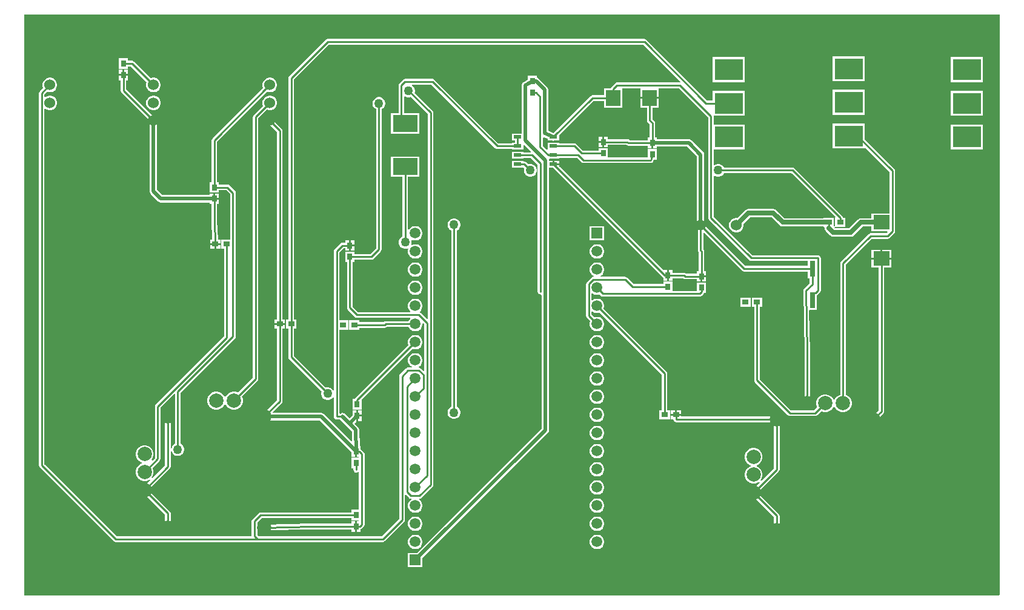
<source format=gtl>
G04*
G04 #@! TF.GenerationSoftware,Altium Limited,Altium Designer,21.4.1 (30)*
G04*
G04 Layer_Physical_Order=1*
G04 Layer_Color=255*
%FSLAX25Y25*%
%MOIN*%
G70*
G04*
G04 #@! TF.SameCoordinates,E3ABAEE7-5D4E-4445-B66A-D27F58F8AFC5*
G04*
G04*
G04 #@! TF.FilePolarity,Positive*
G04*
G01*
G75*
%ADD10C,0.01000*%
%ADD11R,0.03150X0.03799*%
%ADD12R,0.07992X0.08976*%
%ADD13R,0.08976X0.07992*%
%ADD14R,0.04331X0.01968*%
%ADD15R,0.03799X0.03150*%
%ADD16R,0.13780X0.09252*%
%ADD17R,0.03150X0.08661*%
%ADD31C,0.02000*%
%ADD32C,0.02500*%
%ADD33R,0.05906X0.05906*%
%ADD34C,0.05906*%
%ADD35C,0.07874*%
%ADD36C,0.06000*%
%ADD37R,0.15748X0.11811*%
%ADD38C,0.05000*%
G36*
X671000Y146000D02*
X670500Y145500D01*
X134500D01*
Y465500D01*
X671000D01*
Y146000D01*
D02*
G37*
%LPC*%
G36*
X191575Y435100D02*
X189500D01*
Y432701D01*
X191575D01*
Y435100D01*
D02*
G37*
G36*
X188500D02*
X186425D01*
Y432701D01*
X188500D01*
Y435100D01*
D02*
G37*
G36*
X596874Y442506D02*
X579126D01*
Y428695D01*
X596874D01*
Y442506D01*
D02*
G37*
G36*
X661874Y441998D02*
X644126D01*
Y428187D01*
X661874D01*
Y441998D01*
D02*
G37*
G36*
X530874D02*
X513126D01*
Y428187D01*
X530874D01*
Y441998D01*
D02*
G37*
G36*
X270027Y430685D02*
X268973D01*
X267956Y430412D01*
X267044Y429886D01*
X266299Y429141D01*
X265773Y428229D01*
X265500Y427212D01*
Y426158D01*
X265773Y425141D01*
X265780Y425128D01*
X237919Y397266D01*
X237587Y396770D01*
X237471Y396185D01*
Y373199D01*
X236425D01*
Y367400D01*
X241575D01*
Y368770D01*
X245567D01*
X247671Y366666D01*
Y341575D01*
X242900D01*
Y336425D01*
X244270D01*
Y288233D01*
X206719Y250681D01*
X206387Y250185D01*
X206271Y249600D01*
Y221304D01*
X204941Y219974D01*
X204581Y220311D01*
X205231Y221437D01*
X205567Y222693D01*
Y223993D01*
X205231Y225248D01*
X204581Y226374D01*
X203661Y227293D01*
X202536Y227943D01*
X201280Y228280D01*
X199980D01*
X198724Y227943D01*
X197599Y227293D01*
X196679Y226374D01*
X196029Y225248D01*
X195693Y223993D01*
Y222693D01*
X196029Y221437D01*
X196679Y220311D01*
X197599Y219392D01*
X198724Y218742D01*
X198988Y218671D01*
Y218171D01*
X198724Y218101D01*
X197599Y217451D01*
X196679Y216531D01*
X196029Y215406D01*
X195693Y214150D01*
Y212850D01*
X196029Y211594D01*
X196679Y210469D01*
X197599Y209549D01*
X198724Y208899D01*
X199980Y208563D01*
X201280D01*
X202536Y208899D01*
X203661Y209549D01*
X203999Y209189D01*
X199549Y204739D01*
X199217Y204243D01*
X199101Y203657D01*
X199217Y203072D01*
X199549Y202576D01*
X211896Y190229D01*
Y182988D01*
X212012Y182403D01*
X212344Y181907D01*
X212840Y181575D01*
X213425Y181459D01*
X214011Y181575D01*
X214507Y181907D01*
X214838Y182403D01*
X214955Y182988D01*
Y190862D01*
X214838Y191447D01*
X214507Y191944D01*
X202793Y203657D01*
X214507Y215371D01*
X214838Y215867D01*
X214955Y216453D01*
Y225170D01*
X215455Y225236D01*
X215638Y224549D01*
X216099Y223751D01*
X216751Y223099D01*
X217549Y222639D01*
X218439Y222400D01*
X219361D01*
X220251Y222639D01*
X221049Y223099D01*
X221701Y223751D01*
X222162Y224549D01*
X222400Y225439D01*
Y226361D01*
X222162Y227251D01*
X221701Y228049D01*
X221049Y228701D01*
X220429Y229059D01*
Y257167D01*
X250281Y287019D01*
X250613Y287515D01*
X250729Y288100D01*
Y367299D01*
X250613Y367884D01*
X250281Y368381D01*
X247281Y371381D01*
X246785Y371712D01*
X246200Y371829D01*
X241575D01*
Y373199D01*
X240529D01*
Y395551D01*
X267943Y422965D01*
X267956Y422958D01*
X268973Y422685D01*
X270027D01*
X271044Y422958D01*
X271956Y423484D01*
X272701Y424229D01*
X273227Y425141D01*
X273500Y426158D01*
Y427212D01*
X273227Y428229D01*
X272701Y429141D01*
X271956Y429886D01*
X271044Y430412D01*
X270027Y430685D01*
D02*
G37*
G36*
X191575Y441400D02*
X186425D01*
Y435600D01*
X191575D01*
Y436971D01*
X193052D01*
X201780Y428242D01*
X201773Y428229D01*
X201500Y427212D01*
Y426158D01*
X201773Y425141D01*
X202299Y424229D01*
X203044Y423484D01*
X203956Y422958D01*
X204973Y422685D01*
X206027D01*
X207044Y422958D01*
X207956Y423484D01*
X208701Y424229D01*
X209227Y425141D01*
X209500Y426158D01*
Y427212D01*
X209227Y428229D01*
X208701Y429141D01*
X207956Y429886D01*
X207044Y430412D01*
X206027Y430685D01*
X204973D01*
X203956Y430412D01*
X203943Y430405D01*
X194766Y439581D01*
X194270Y439913D01*
X193685Y440029D01*
X191575D01*
Y441400D01*
D02*
G37*
G36*
X475589Y452029D02*
X301300D01*
X300715Y451913D01*
X300219Y451581D01*
X280218Y431581D01*
X279886Y431084D01*
X279770Y430499D01*
Y297575D01*
X278400D01*
Y292425D01*
X279770D01*
Y276701D01*
X279886Y276115D01*
X280218Y275619D01*
X297985Y257852D01*
X297800Y257161D01*
Y256239D01*
X298039Y255349D01*
X298499Y254551D01*
X299151Y253899D01*
X299949Y253438D01*
X300839Y253200D01*
X301761D01*
X302651Y253438D01*
X303449Y253899D01*
X304101Y254551D01*
X304271Y254845D01*
X304771Y254711D01*
Y244012D01*
X304887Y243426D01*
X305219Y242930D01*
X305715Y242599D01*
X306300Y242482D01*
X308146D01*
X311814Y238814D01*
X311814Y238814D01*
X314656Y235972D01*
X314804Y230536D01*
X314345Y230338D01*
X299229Y245454D01*
X298568Y245896D01*
X297787Y246051D01*
X271430D01*
X271239Y246513D01*
X276081Y251356D01*
X276413Y251852D01*
X276529Y252437D01*
Y292425D01*
X277900D01*
Y294500D01*
X272100D01*
Y292425D01*
X273471D01*
Y253070D01*
X266420Y246020D01*
X265794Y245896D01*
X265133Y245454D01*
X264691Y244792D01*
X264536Y244012D01*
X264691Y243231D01*
X265133Y242570D01*
X265794Y242128D01*
X266575Y241973D01*
X296943D01*
X314425Y224490D01*
Y221900D01*
X316500D01*
Y224799D01*
X317500D01*
Y221900D01*
X318571D01*
Y221400D01*
X314425D01*
Y215600D01*
X315471D01*
Y214700D01*
X315587Y214115D01*
X315919Y213619D01*
X316415Y213287D01*
X317000Y213171D01*
X317585Y213287D01*
X318071Y213611D01*
X318140Y213599D01*
X318571Y213451D01*
Y192699D01*
X314425D01*
Y191329D01*
X264399D01*
X263814Y191212D01*
X263318Y190881D01*
X260019Y187581D01*
X259687Y187085D01*
X259571Y186500D01*
Y178200D01*
X259431Y178029D01*
X185334D01*
X145529Y217833D01*
Y413503D01*
X145991Y413694D01*
X146044Y413642D01*
X146956Y413115D01*
X147973Y412843D01*
X149027D01*
X150044Y413115D01*
X150956Y413642D01*
X151701Y414387D01*
X152227Y415299D01*
X152500Y416316D01*
Y417369D01*
X152227Y418387D01*
X151701Y419299D01*
X150956Y420043D01*
X150044Y420570D01*
X149027Y420843D01*
X147973D01*
X146956Y420570D01*
X146044Y420043D01*
X145991Y419991D01*
X145529Y420182D01*
Y421552D01*
X146943Y422965D01*
X146956Y422958D01*
X147973Y422685D01*
X149027D01*
X150044Y422958D01*
X150956Y423484D01*
X151701Y424229D01*
X152227Y425141D01*
X152500Y426158D01*
Y427212D01*
X152227Y428229D01*
X151701Y429141D01*
X150956Y429886D01*
X150044Y430412D01*
X149027Y430685D01*
X147973D01*
X146956Y430412D01*
X146044Y429886D01*
X145299Y429141D01*
X144773Y428229D01*
X144500Y427212D01*
Y426158D01*
X144773Y425141D01*
X144780Y425128D01*
X142919Y423266D01*
X142587Y422770D01*
X142471Y422185D01*
Y217200D01*
X142587Y216615D01*
X142919Y216119D01*
X183619Y175419D01*
X184115Y175087D01*
X184700Y174971D01*
X331600D01*
X332185Y175087D01*
X332681Y175419D01*
X343381Y186119D01*
X343713Y186615D01*
X343829Y187200D01*
Y200801D01*
X344329Y201008D01*
X346019Y199319D01*
X346515Y198987D01*
X347100Y198871D01*
X347299D01*
X347432Y198371D01*
X347073Y198163D01*
X346337Y197427D01*
X345817Y196526D01*
X345547Y195520D01*
Y194480D01*
X345817Y193474D01*
X346337Y192573D01*
X347073Y191837D01*
X347974Y191317D01*
X348980Y191047D01*
X350020D01*
X351026Y191317D01*
X351927Y191837D01*
X352663Y192573D01*
X353183Y193474D01*
X353453Y194480D01*
Y195520D01*
X353183Y196526D01*
X352663Y197427D01*
X351927Y198163D01*
X351568Y198371D01*
X351701Y198871D01*
X351900D01*
X352485Y198987D01*
X352981Y199319D01*
X359034Y205371D01*
X359366Y205868D01*
X359482Y206453D01*
Y411347D01*
X359366Y411933D01*
X359034Y412429D01*
X349215Y422248D01*
X349400Y422939D01*
Y423861D01*
X349162Y424751D01*
X348701Y425549D01*
X348049Y426201D01*
X347582Y426471D01*
X347715Y426971D01*
X358467D01*
X393519Y391919D01*
X394015Y391587D01*
X394600Y391471D01*
X402650D01*
Y391016D01*
X408980D01*
Y393583D01*
X409442Y393774D01*
X413225Y389991D01*
X413033Y389529D01*
X408980D01*
Y389984D01*
X402650D01*
Y386016D01*
X408980D01*
Y386471D01*
X413167D01*
X416805Y382833D01*
Y312865D01*
X416922Y312280D01*
X417253Y311784D01*
X417749Y311452D01*
X418335Y311336D01*
X418545Y311378D01*
X419045Y310981D01*
Y237429D01*
X350569Y168953D01*
X345547D01*
Y161047D01*
X353453D01*
Y166069D01*
X422527Y235143D01*
X422969Y235804D01*
X423124Y236585D01*
Y381016D01*
X425321D01*
X485619Y320718D01*
X485925Y320513D01*
Y318900D01*
X488000D01*
Y321799D01*
Y324699D01*
X485964D01*
X428665Y381997D01*
Y382500D01*
X425500D01*
Y383000D01*
X425000D01*
Y384984D01*
X423124D01*
Y385015D01*
X423024Y385516D01*
X423377Y386016D01*
X428665D01*
Y386471D01*
X438566D01*
X440919Y384119D01*
X441415Y383787D01*
X442000Y383671D01*
X479000D01*
X479075Y383685D01*
X479150Y383678D01*
X479365Y383743D01*
X479585Y383787D01*
X479648Y383829D01*
X479721Y383851D01*
X479895Y383994D01*
X480081Y384119D01*
X480124Y384182D01*
X480183Y384230D01*
X480288Y384428D01*
X480413Y384615D01*
X480428Y384689D01*
X480464Y384756D01*
X480719Y385600D01*
X482575D01*
Y391400D01*
X477425D01*
Y386729D01*
X455575D01*
Y391900D01*
X450425D01*
Y390529D01*
X441734D01*
X438181Y394081D01*
X437685Y394413D01*
X437100Y394529D01*
X428665D01*
Y394984D01*
X422335D01*
Y391235D01*
X421835Y391028D01*
X419729Y393133D01*
Y397654D01*
X420229Y397987D01*
X422335Y397110D01*
Y396016D01*
X425223D01*
X425496Y395961D01*
X425775Y396016D01*
X428665D01*
Y399003D01*
X447634Y417971D01*
X453504D01*
Y414012D01*
X463496D01*
Y424971D01*
X473504D01*
Y420000D01*
X478500D01*
X483496D01*
Y424971D01*
X494566D01*
X510671Y408867D01*
Y353600D01*
X510787Y353015D01*
X511119Y352519D01*
X533319Y330319D01*
X533815Y329987D01*
X534400Y329871D01*
X565425D01*
Y327029D01*
X531134D01*
X508539Y349624D01*
Y388299D01*
X508384Y389080D01*
X507942Y389741D01*
X501442Y396241D01*
X500780Y396683D01*
X500000Y396838D01*
X482575D01*
Y397699D01*
X481529D01*
Y405700D01*
X481413Y406285D01*
X481081Y406781D01*
X480029Y407833D01*
Y414012D01*
X483496D01*
Y419000D01*
X478500D01*
X473504D01*
Y414012D01*
X476971D01*
Y407200D01*
X477087Y406615D01*
X477419Y406119D01*
X478471Y405066D01*
Y397699D01*
X477425D01*
Y396329D01*
X467334D01*
X467281Y396381D01*
X466785Y396712D01*
X466200Y396829D01*
X455575D01*
Y398199D01*
X453500D01*
Y395299D01*
Y392400D01*
X455575D01*
Y393770D01*
X465566D01*
X465619Y393718D01*
X466115Y393386D01*
X466700Y393270D01*
X477425D01*
Y391900D01*
X479500D01*
Y394799D01*
X480500D01*
Y391900D01*
X482575D01*
Y392760D01*
X499155D01*
X504461Y387455D01*
Y349500D01*
X504616Y348720D01*
X504971Y348189D01*
Y335600D01*
X505087Y335015D01*
X505419Y334519D01*
X505471Y334467D01*
Y324199D01*
X504425D01*
Y322829D01*
X498633D01*
X498581Y322881D01*
X498085Y323212D01*
X497500Y323329D01*
X491075D01*
Y324699D01*
X489000D01*
Y321799D01*
Y318900D01*
X491075D01*
Y320270D01*
X496867D01*
X496919Y320218D01*
X497415Y319886D01*
X498000Y319770D01*
X504425D01*
Y318400D01*
X506500D01*
Y321299D01*
X507000D01*
Y321799D01*
X509575D01*
Y324199D01*
X508529D01*
Y335100D01*
X508413Y335685D01*
X508081Y336181D01*
X508029Y336233D01*
Y345154D01*
X508491Y345346D01*
X529419Y324419D01*
X529915Y324087D01*
X530500Y323971D01*
X565425D01*
Y320169D01*
X566471D01*
Y317533D01*
X563419Y314481D01*
X563410Y314469D01*
X563398Y314460D01*
X563245Y314221D01*
X563087Y313985D01*
X563084Y313970D01*
X563076Y313958D01*
X563026Y313679D01*
X562971Y313400D01*
X562973Y313385D01*
X562971Y313370D01*
X563628Y279428D01*
Y251370D01*
X563744Y250785D01*
X564076Y250289D01*
X564572Y249957D01*
X565157Y249841D01*
X565743Y249957D01*
X566239Y250289D01*
X566570Y250785D01*
X566687Y251370D01*
Y279443D01*
X566684Y279457D01*
X566686Y279472D01*
X566241Y302489D01*
X566591Y302847D01*
X570575D01*
Y310914D01*
X570881Y311119D01*
X572181Y312419D01*
X572513Y312915D01*
X572629Y313500D01*
Y331400D01*
X572513Y331985D01*
X572181Y332481D01*
X571685Y332813D01*
X571100Y332929D01*
X535034D01*
X513729Y354234D01*
Y376559D01*
X514229Y376796D01*
X514849Y376438D01*
X515739Y376200D01*
X516661D01*
X517551Y376438D01*
X518349Y376899D01*
X519001Y377551D01*
X519358Y378171D01*
X556466D01*
X580600Y354037D01*
X580408Y353575D01*
X580400D01*
Y348999D01*
X580163Y348757D01*
X579980Y348639D01*
X579900Y348675D01*
Y353575D01*
X574100D01*
Y353294D01*
X552550D01*
X548022Y357823D01*
X547277Y358320D01*
X546400Y358494D01*
X532885D01*
X532008Y358320D01*
X531263Y357823D01*
X526892Y353452D01*
X526712Y353500D01*
X525658D01*
X524641Y353227D01*
X523729Y352701D01*
X522984Y351956D01*
X522458Y351044D01*
X522185Y350027D01*
Y348973D01*
X522458Y347956D01*
X522984Y347044D01*
X523729Y346299D01*
X524641Y345773D01*
X525658Y345500D01*
X526712D01*
X527729Y345773D01*
X528641Y346299D01*
X529386Y347044D01*
X529912Y347956D01*
X530185Y348973D01*
Y350027D01*
X530137Y350207D01*
X533836Y353906D01*
X545449D01*
X549978Y349378D01*
X550722Y348881D01*
X551600Y348706D01*
X574100D01*
Y348425D01*
X574416D01*
X574733Y348039D01*
X574706Y347900D01*
X574881Y347022D01*
X575378Y346278D01*
X577878Y343778D01*
X578622Y343281D01*
X579500Y343106D01*
X589100D01*
X589978Y343281D01*
X590722Y343778D01*
X595650Y348706D01*
X600512D01*
Y346004D01*
X609188D01*
X609379Y345542D01*
X608867Y345029D01*
X600000D01*
X599415Y344913D01*
X598919Y344581D01*
X583761Y329424D01*
X583430Y328928D01*
X583313Y328343D01*
Y256071D01*
X582937Y255971D01*
X581811Y255321D01*
X580892Y254401D01*
X580242Y253276D01*
X580171Y253012D01*
X579671D01*
X579601Y253276D01*
X578951Y254401D01*
X578031Y255321D01*
X576906Y255971D01*
X575650Y256307D01*
X574350D01*
X573094Y255971D01*
X571969Y255321D01*
X571049Y254401D01*
X570399Y253276D01*
X570063Y252020D01*
Y250720D01*
X570399Y249464D01*
X570594Y249127D01*
X568896Y247429D01*
X556234D01*
X539029Y264633D01*
Y304425D01*
X540400D01*
Y309575D01*
X534600D01*
Y304425D01*
X535971D01*
Y264000D01*
X536087Y263415D01*
X536419Y262919D01*
X554519Y244819D01*
X555015Y244487D01*
X555600Y244371D01*
X569530D01*
X570115Y244487D01*
X570611Y244819D01*
X572757Y246964D01*
X573094Y246769D01*
X574350Y246433D01*
X575650D01*
X576906Y246769D01*
X578031Y247419D01*
X578951Y248339D01*
X579601Y249464D01*
X579671Y249728D01*
X580171D01*
X580242Y249464D01*
X580892Y248339D01*
X581811Y247419D01*
X582937Y246769D01*
X584193Y246433D01*
X585493D01*
X586748Y246769D01*
X587874Y247419D01*
X588793Y248339D01*
X589443Y249464D01*
X589780Y250720D01*
Y252020D01*
X589443Y253276D01*
X588793Y254401D01*
X587874Y255321D01*
X586748Y255971D01*
X586372Y256071D01*
Y327709D01*
X600633Y341971D01*
X609500D01*
X610085Y342087D01*
X610581Y342419D01*
X613081Y344919D01*
X613413Y345415D01*
X613529Y346000D01*
Y379493D01*
X613413Y380078D01*
X613081Y380574D01*
X596874Y396781D01*
Y405498D01*
X579126D01*
Y391687D01*
X596874D01*
Y391802D01*
X597336Y391994D01*
X610471Y378859D01*
Y355996D01*
X600512D01*
Y353294D01*
X594700D01*
X593822Y353119D01*
X593078Y352622D01*
X588150Y347694D01*
X580450D01*
X580091Y348053D01*
X580426Y348425D01*
X580889Y348425D01*
X586199D01*
Y353575D01*
X584814D01*
X584712Y354085D01*
X584381Y354581D01*
X558181Y380781D01*
X557685Y381113D01*
X557099Y381229D01*
X519358D01*
X519001Y381849D01*
X518349Y382501D01*
X517551Y382962D01*
X516661Y383200D01*
X515739D01*
X514849Y382962D01*
X514229Y382604D01*
X513729Y382840D01*
Y391179D01*
X530874D01*
Y404990D01*
X513729D01*
Y409500D01*
X513880Y409683D01*
X530874D01*
Y423494D01*
X513126D01*
Y418118D01*
X510134D01*
X476670Y451581D01*
X476174Y451913D01*
X475589Y452029D01*
D02*
G37*
G36*
X270027Y420843D02*
X268973D01*
X267956Y420570D01*
X267044Y420043D01*
X266299Y419299D01*
X265773Y418387D01*
X265500Y417369D01*
Y416316D01*
X265773Y415299D01*
X265780Y415286D01*
X260619Y410124D01*
X260287Y409628D01*
X260171Y409043D01*
Y265361D01*
X252085Y257276D01*
X251748Y257471D01*
X250493Y257807D01*
X249193D01*
X247937Y257471D01*
X246811Y256821D01*
X245892Y255901D01*
X245242Y254776D01*
X245171Y254512D01*
X244671D01*
X244601Y254776D01*
X243951Y255901D01*
X243031Y256821D01*
X241906Y257471D01*
X240650Y257807D01*
X239350D01*
X238094Y257471D01*
X236969Y256821D01*
X236049Y255901D01*
X235399Y254776D01*
X235063Y253520D01*
Y252220D01*
X235399Y250964D01*
X236049Y249839D01*
X236969Y248919D01*
X238094Y248269D01*
X239350Y247933D01*
X240650D01*
X241906Y248269D01*
X243031Y248919D01*
X243951Y249839D01*
X244601Y250964D01*
X244671Y251228D01*
X245171D01*
X245242Y250964D01*
X245892Y249839D01*
X246811Y248919D01*
X247937Y248269D01*
X249193Y247933D01*
X250493D01*
X251748Y248269D01*
X252874Y248919D01*
X253793Y249839D01*
X254443Y250964D01*
X254780Y252220D01*
Y253520D01*
X254443Y254776D01*
X254248Y255113D01*
X262781Y263646D01*
X263113Y264142D01*
X263229Y264727D01*
Y408409D01*
X267943Y413123D01*
X267956Y413115D01*
X268973Y412843D01*
X270027D01*
X271044Y413115D01*
X271956Y413642D01*
X272701Y414387D01*
X273227Y415299D01*
X273500Y416316D01*
Y417369D01*
X273227Y418387D01*
X272701Y419299D01*
X271956Y420043D01*
X271044Y420570D01*
X270027Y420843D01*
D02*
G37*
G36*
X206027D02*
X204973D01*
X203956Y420570D01*
X203044Y420043D01*
X202299Y419299D01*
X201773Y418387D01*
X201500Y417369D01*
Y416316D01*
X201773Y415299D01*
X202299Y414387D01*
X203044Y413642D01*
X203956Y413115D01*
X204973Y412843D01*
X206027D01*
X207044Y413115D01*
X207956Y413642D01*
X208701Y414387D01*
X209227Y415299D01*
X209500Y416316D01*
Y417369D01*
X209227Y418387D01*
X208701Y419299D01*
X207956Y420043D01*
X207044Y420570D01*
X206027Y420843D01*
D02*
G37*
G36*
X596874Y424002D02*
X579126D01*
Y410191D01*
X596874D01*
Y424002D01*
D02*
G37*
G36*
X661874Y423494D02*
X644126D01*
Y409683D01*
X661874D01*
Y423494D01*
D02*
G37*
G36*
X452500Y398199D02*
X450425D01*
Y395799D01*
X452500D01*
Y398199D01*
D02*
G37*
G36*
Y394799D02*
X450425D01*
Y392400D01*
X452500D01*
Y394799D01*
D02*
G37*
G36*
X661874Y404990D02*
X644126D01*
Y391179D01*
X661874D01*
Y404990D01*
D02*
G37*
G36*
X428665Y384984D02*
X426000D01*
Y383500D01*
X428665D01*
Y384984D01*
D02*
G37*
G36*
X408980D02*
X402650D01*
Y381016D01*
X408980D01*
X408980Y381016D01*
Y381016D01*
X409361Y380753D01*
X409439Y380680D01*
X409300Y380161D01*
Y379239D01*
X409539Y378349D01*
X409999Y377551D01*
X410651Y376899D01*
X411449Y376438D01*
X412339Y376200D01*
X413261D01*
X414151Y376438D01*
X414949Y376899D01*
X415601Y377551D01*
X416061Y378349D01*
X416300Y379239D01*
Y380161D01*
X416061Y381051D01*
X415601Y381849D01*
X414949Y382501D01*
X414151Y382962D01*
X413261Y383200D01*
X412339D01*
X411648Y383015D01*
X410581Y384081D01*
X410085Y384413D01*
X409500Y384529D01*
X408980D01*
Y384984D01*
D02*
G37*
G36*
X241575Y366900D02*
X239500D01*
Y364500D01*
X241575D01*
Y366900D01*
D02*
G37*
G36*
X453453Y348953D02*
X445547D01*
Y341047D01*
X453453D01*
Y348953D01*
D02*
G37*
G36*
X191575Y431701D02*
X189000D01*
X186425D01*
Y429301D01*
X187471D01*
Y423500D01*
X187587Y422915D01*
X187919Y422419D01*
X203461Y406876D01*
Y368000D01*
X203616Y367220D01*
X204058Y366558D01*
X208058Y362558D01*
X208720Y362116D01*
X209500Y361961D01*
X236425D01*
Y361100D01*
X237471D01*
Y352000D01*
X237476Y351971D01*
X237472Y351941D01*
X237857Y341935D01*
X237510Y341575D01*
X236600D01*
Y339500D01*
X242400D01*
Y341575D01*
X240932D01*
X240529Y352029D01*
Y361100D01*
X241575D01*
Y363500D01*
X239000D01*
Y364000D01*
X238500D01*
Y366900D01*
X236425D01*
Y366039D01*
X210345D01*
X207539Y368845D01*
Y407000D01*
X207384Y407780D01*
X206942Y408442D01*
X206280Y408884D01*
X205654Y409009D01*
X190529Y424133D01*
Y429301D01*
X191575D01*
Y431701D01*
D02*
G37*
G36*
X242400Y338500D02*
X240000D01*
Y336425D01*
X242400D01*
Y338500D01*
D02*
G37*
G36*
X239000D02*
X236600D01*
Y336425D01*
X239000D01*
Y338500D01*
D02*
G37*
G36*
X611488Y335996D02*
X606500D01*
Y331500D01*
X611488D01*
Y335996D01*
D02*
G37*
G36*
X605500D02*
X600512D01*
Y331500D01*
X605500D01*
Y335996D01*
D02*
G37*
G36*
X450020Y338953D02*
X448980D01*
X447974Y338683D01*
X447073Y338163D01*
X446337Y337427D01*
X445817Y336526D01*
X445547Y335520D01*
Y334480D01*
X445817Y333474D01*
X446337Y332573D01*
X447073Y331837D01*
X447974Y331317D01*
X448980Y331047D01*
X450020D01*
X451026Y331317D01*
X451927Y331837D01*
X452663Y332573D01*
X453183Y333474D01*
X453453Y334480D01*
Y335520D01*
X453183Y336526D01*
X452663Y337427D01*
X451927Y338163D01*
X451026Y338683D01*
X450020Y338953D01*
D02*
G37*
G36*
X509575Y320799D02*
X507500D01*
Y318400D01*
X509575D01*
Y320799D01*
D02*
G37*
G36*
X450020Y328953D02*
X448980D01*
X447974Y328683D01*
X447073Y328163D01*
X446337Y327427D01*
X445817Y326526D01*
X445547Y325520D01*
Y324480D01*
X445817Y323474D01*
X446337Y322573D01*
X447073Y321837D01*
X447606Y321529D01*
X447510Y321076D01*
X447479Y321025D01*
X446915Y320913D01*
X446419Y320581D01*
X443919Y318081D01*
X443587Y317585D01*
X443471Y317000D01*
Y299500D01*
X443587Y298915D01*
X443919Y298419D01*
X445816Y296522D01*
X445547Y295520D01*
Y294480D01*
X445817Y293474D01*
X446337Y292573D01*
X447073Y291837D01*
X447974Y291317D01*
X448980Y291047D01*
X450020D01*
X451026Y291317D01*
X451927Y291837D01*
X452663Y292573D01*
X453183Y293474D01*
X453453Y294480D01*
Y295520D01*
X453183Y296526D01*
X452663Y297427D01*
X451927Y298163D01*
X451026Y298683D01*
X450020Y298953D01*
X448980D01*
X447978Y298685D01*
X446529Y300133D01*
Y301727D01*
X446991Y301919D01*
X447073Y301837D01*
X447974Y301317D01*
X448980Y301047D01*
X450020D01*
X451022Y301315D01*
X485171Y267166D01*
Y247575D01*
X483801D01*
Y242425D01*
X489600D01*
Y247575D01*
X488230D01*
Y267799D01*
X488114Y268385D01*
X487782Y268881D01*
X453185Y303478D01*
X453453Y304480D01*
Y305520D01*
X453183Y306526D01*
X452663Y307427D01*
X451927Y308163D01*
X451026Y308683D01*
X450020Y308953D01*
X448980D01*
X447974Y308683D01*
X447073Y308163D01*
X446991Y308081D01*
X446529Y308273D01*
Y311727D01*
X446991Y311919D01*
X447073Y311837D01*
X447974Y311317D01*
X448980Y311047D01*
X450020D01*
X451022Y311315D01*
X451719Y310619D01*
X452215Y310287D01*
X452800Y310171D01*
X506000D01*
X506585Y310287D01*
X507081Y310619D01*
X508081Y311619D01*
X508403Y312100D01*
X509575D01*
Y317900D01*
X504425D01*
Y313229D01*
X491075D01*
Y318400D01*
X485925D01*
Y317029D01*
X469633D01*
X466081Y320581D01*
X465585Y320913D01*
X465000Y321029D01*
X451528D01*
X451394Y321529D01*
X451927Y321837D01*
X452663Y322573D01*
X453183Y323474D01*
X453453Y324480D01*
Y325520D01*
X453183Y326526D01*
X452663Y327427D01*
X451927Y328163D01*
X451026Y328683D01*
X450020Y328953D01*
D02*
G37*
G36*
X534100Y309575D02*
X528301D01*
Y304425D01*
X534100D01*
Y309575D01*
D02*
G37*
G36*
X269500Y408529D02*
X268915Y408413D01*
X268419Y408081D01*
X268087Y407585D01*
X267971Y407000D01*
X268087Y406415D01*
X268419Y405919D01*
X273471Y400867D01*
Y297575D01*
X272100D01*
Y295500D01*
X277900D01*
Y297575D01*
X276529D01*
Y401500D01*
X276413Y402085D01*
X276081Y402581D01*
X270581Y408081D01*
X270085Y408413D01*
X269500Y408529D01*
D02*
G37*
G36*
X450020Y288953D02*
X448980D01*
X447974Y288683D01*
X447073Y288163D01*
X446337Y287427D01*
X445817Y286526D01*
X445547Y285520D01*
Y284480D01*
X445817Y283474D01*
X446337Y282573D01*
X447073Y281837D01*
X447974Y281317D01*
X448980Y281047D01*
X450020D01*
X451026Y281317D01*
X451927Y281837D01*
X452663Y282573D01*
X453183Y283474D01*
X453453Y284480D01*
Y285520D01*
X453183Y286526D01*
X452663Y287427D01*
X451927Y288163D01*
X451026Y288683D01*
X450020Y288953D01*
D02*
G37*
G36*
Y278953D02*
X448980D01*
X447974Y278683D01*
X447073Y278163D01*
X446337Y277427D01*
X445817Y276526D01*
X445547Y275520D01*
Y274480D01*
X445817Y273474D01*
X446337Y272573D01*
X447073Y271837D01*
X447974Y271317D01*
X448980Y271047D01*
X450020D01*
X451026Y271317D01*
X451927Y271837D01*
X452663Y272573D01*
X453183Y273474D01*
X453453Y274480D01*
Y275520D01*
X453183Y276526D01*
X452663Y277427D01*
X451927Y278163D01*
X451026Y278683D01*
X450020Y278953D01*
D02*
G37*
G36*
Y268953D02*
X448980D01*
X447974Y268683D01*
X447073Y268163D01*
X446337Y267427D01*
X445817Y266526D01*
X445547Y265520D01*
Y264480D01*
X445817Y263474D01*
X446337Y262573D01*
X447073Y261837D01*
X447974Y261317D01*
X448980Y261047D01*
X450020D01*
X451026Y261317D01*
X451927Y261837D01*
X452663Y262573D01*
X453183Y263474D01*
X453453Y264480D01*
Y265520D01*
X453183Y266526D01*
X452663Y267427D01*
X451927Y268163D01*
X451026Y268683D01*
X450020Y268953D01*
D02*
G37*
G36*
Y258953D02*
X448980D01*
X447974Y258683D01*
X447073Y258163D01*
X446337Y257427D01*
X445817Y256526D01*
X445547Y255520D01*
Y254480D01*
X445817Y253474D01*
X446337Y252573D01*
X447073Y251837D01*
X447974Y251317D01*
X448980Y251047D01*
X450020D01*
X451026Y251317D01*
X451927Y251837D01*
X452663Y252573D01*
X453183Y253474D01*
X453453Y254480D01*
Y255520D01*
X453183Y256526D01*
X452663Y257427D01*
X451927Y258163D01*
X451026Y258683D01*
X450020Y258953D01*
D02*
G37*
G36*
X495900Y247575D02*
X493500D01*
Y245500D01*
X495900D01*
Y247575D01*
D02*
G37*
G36*
X492500D02*
X490100D01*
Y245500D01*
X492500D01*
Y247575D01*
D02*
G37*
G36*
X371261Y353200D02*
X370339D01*
X369449Y352961D01*
X368651Y352501D01*
X367999Y351849D01*
X367538Y351051D01*
X367300Y350161D01*
Y349239D01*
X367538Y348349D01*
X367999Y347551D01*
X368651Y346899D01*
X369271Y346542D01*
Y249459D01*
X368651Y249101D01*
X367999Y248449D01*
X367538Y247651D01*
X367300Y246761D01*
Y245839D01*
X367538Y244949D01*
X367999Y244151D01*
X368651Y243499D01*
X369449Y243039D01*
X370339Y242800D01*
X371261D01*
X372151Y243039D01*
X372949Y243499D01*
X373601Y244151D01*
X374061Y244949D01*
X374300Y245839D01*
Y246761D01*
X374061Y247651D01*
X373601Y248449D01*
X372949Y249101D01*
X372329Y249459D01*
Y346542D01*
X372949Y346899D01*
X373601Y347551D01*
X374061Y348349D01*
X374300Y349239D01*
Y350161D01*
X374061Y351051D01*
X373601Y351849D01*
X372949Y352501D01*
X372151Y352961D01*
X371261Y353200D01*
D02*
G37*
G36*
X450020Y248953D02*
X448980D01*
X447974Y248683D01*
X447073Y248163D01*
X446337Y247427D01*
X445817Y246526D01*
X445547Y245520D01*
Y244480D01*
X445817Y243474D01*
X446337Y242573D01*
X447073Y241837D01*
X447974Y241317D01*
X448980Y241047D01*
X450020D01*
X451026Y241317D01*
X451927Y241837D01*
X452663Y242573D01*
X453183Y243474D01*
X453453Y244480D01*
Y245520D01*
X453183Y246526D01*
X452663Y247427D01*
X451927Y248163D01*
X451026Y248683D01*
X450020Y248953D01*
D02*
G37*
G36*
X611488Y330500D02*
X606000D01*
X600512D01*
Y326004D01*
X604471D01*
Y247570D01*
X600493Y243593D01*
X600162Y243097D01*
X600045Y242512D01*
X600162Y241927D01*
X600493Y241430D01*
X600989Y241099D01*
X601575Y240982D01*
X602160Y241099D01*
X602656Y241430D01*
X607081Y245856D01*
X607413Y246352D01*
X607529Y246937D01*
Y326004D01*
X611488D01*
Y330500D01*
D02*
G37*
G36*
X450020Y238953D02*
X448980D01*
X447974Y238683D01*
X447073Y238163D01*
X446337Y237427D01*
X445817Y236526D01*
X445547Y235520D01*
Y234480D01*
X445817Y233474D01*
X446337Y232573D01*
X447073Y231837D01*
X447974Y231317D01*
X448980Y231047D01*
X450020D01*
X451026Y231317D01*
X451927Y231837D01*
X452663Y232573D01*
X453183Y233474D01*
X453453Y234480D01*
Y235520D01*
X453183Y236526D01*
X452663Y237427D01*
X451927Y238163D01*
X451026Y238683D01*
X450020Y238953D01*
D02*
G37*
G36*
Y228953D02*
X448980D01*
X447974Y228683D01*
X447073Y228163D01*
X446337Y227427D01*
X445817Y226526D01*
X445547Y225520D01*
Y224480D01*
X445817Y223474D01*
X446337Y222573D01*
X447073Y221837D01*
X447974Y221317D01*
X448980Y221047D01*
X450020D01*
X451026Y221317D01*
X451927Y221837D01*
X452663Y222573D01*
X453183Y223474D01*
X453453Y224480D01*
Y225520D01*
X453183Y226526D01*
X452663Y227427D01*
X451927Y228163D01*
X451026Y228683D01*
X450020Y228953D01*
D02*
G37*
G36*
Y218953D02*
X448980D01*
X447974Y218683D01*
X447073Y218163D01*
X446337Y217427D01*
X445817Y216526D01*
X445547Y215520D01*
Y214480D01*
X445817Y213474D01*
X446337Y212573D01*
X447073Y211837D01*
X447974Y211317D01*
X448980Y211047D01*
X450020D01*
X451026Y211317D01*
X451927Y211837D01*
X452663Y212573D01*
X453183Y213474D01*
X453453Y214480D01*
Y215520D01*
X453183Y216526D01*
X452663Y217427D01*
X451927Y218163D01*
X451026Y218683D01*
X450020Y218953D01*
D02*
G37*
G36*
X495900Y244500D02*
X493000D01*
X490100D01*
Y242425D01*
X491488D01*
X491587Y241927D01*
X491919Y241430D01*
X492415Y241099D01*
X493000Y240982D01*
X546896D01*
Y215586D01*
X539941Y208631D01*
X539581Y208969D01*
X540231Y210094D01*
X540567Y211350D01*
Y212650D01*
X540231Y213906D01*
X539581Y215031D01*
X538661Y215951D01*
X537536Y216601D01*
X537272Y216671D01*
Y217171D01*
X537536Y217242D01*
X538661Y217892D01*
X539581Y218811D01*
X540231Y219937D01*
X540567Y221193D01*
Y222493D01*
X540231Y223748D01*
X539581Y224874D01*
X538661Y225793D01*
X537536Y226443D01*
X536280Y226780D01*
X534980D01*
X533724Y226443D01*
X532599Y225793D01*
X531679Y224874D01*
X531029Y223748D01*
X530693Y222493D01*
Y221193D01*
X531029Y219937D01*
X531679Y218811D01*
X532599Y217892D01*
X533724Y217242D01*
X533988Y217171D01*
Y216671D01*
X533724Y216601D01*
X532599Y215951D01*
X531679Y215031D01*
X531029Y213906D01*
X530693Y212650D01*
Y211350D01*
X531029Y210094D01*
X531679Y208969D01*
X532599Y208049D01*
X533724Y207399D01*
X534980Y207063D01*
X536280D01*
X537536Y207399D01*
X538661Y208049D01*
X538999Y207689D01*
X534549Y203239D01*
X534217Y202743D01*
X534101Y202157D01*
X534217Y201572D01*
X534549Y201076D01*
X546896Y188729D01*
Y181488D01*
X547012Y180903D01*
X547344Y180407D01*
X547840Y180075D01*
X548425Y179959D01*
X549011Y180075D01*
X549507Y180407D01*
X549838Y180903D01*
X549955Y181488D01*
Y189362D01*
X549838Y189947D01*
X549507Y190444D01*
X537793Y202157D01*
X549507Y213871D01*
X549838Y214367D01*
X549955Y214953D01*
Y242512D01*
X549838Y243097D01*
X549507Y243593D01*
X549011Y243925D01*
X548425Y244041D01*
X495900D01*
Y244500D01*
D02*
G37*
G36*
X450020Y208953D02*
X448980D01*
X447974Y208683D01*
X447073Y208163D01*
X446337Y207427D01*
X445817Y206526D01*
X445547Y205520D01*
Y204480D01*
X445817Y203474D01*
X446337Y202573D01*
X447073Y201837D01*
X447974Y201317D01*
X448980Y201047D01*
X450020D01*
X451026Y201317D01*
X451927Y201837D01*
X452663Y202573D01*
X453183Y203474D01*
X453453Y204480D01*
Y205520D01*
X453183Y206526D01*
X452663Y207427D01*
X451927Y208163D01*
X451026Y208683D01*
X450020Y208953D01*
D02*
G37*
G36*
Y198953D02*
X448980D01*
X447974Y198683D01*
X447073Y198163D01*
X446337Y197427D01*
X445817Y196526D01*
X445547Y195520D01*
Y194480D01*
X445817Y193474D01*
X446337Y192573D01*
X447073Y191837D01*
X447974Y191317D01*
X448980Y191047D01*
X450020D01*
X451026Y191317D01*
X451927Y191837D01*
X452663Y192573D01*
X453183Y193474D01*
X453453Y194480D01*
Y195520D01*
X453183Y196526D01*
X452663Y197427D01*
X451927Y198163D01*
X451026Y198683D01*
X450020Y198953D01*
D02*
G37*
G36*
Y188953D02*
X448980D01*
X447974Y188683D01*
X447073Y188163D01*
X446337Y187427D01*
X445817Y186526D01*
X445547Y185520D01*
Y184480D01*
X445817Y183474D01*
X446337Y182573D01*
X447073Y181837D01*
X447974Y181317D01*
X448980Y181047D01*
X450020D01*
X451026Y181317D01*
X451927Y181837D01*
X452663Y182573D01*
X453183Y183474D01*
X453453Y184480D01*
Y185520D01*
X453183Y186526D01*
X452663Y187427D01*
X451927Y188163D01*
X451026Y188683D01*
X450020Y188953D01*
D02*
G37*
G36*
X350020D02*
X348980D01*
X347974Y188683D01*
X347073Y188163D01*
X346337Y187427D01*
X345817Y186526D01*
X345547Y185520D01*
Y184480D01*
X345817Y183474D01*
X346337Y182573D01*
X347073Y181837D01*
X347974Y181317D01*
X348980Y181047D01*
X350020D01*
X351026Y181317D01*
X351927Y181837D01*
X352663Y182573D01*
X353183Y183474D01*
X353453Y184480D01*
Y185520D01*
X353183Y186526D01*
X352663Y187427D01*
X351927Y188163D01*
X351026Y188683D01*
X350020Y188953D01*
D02*
G37*
G36*
X450020Y178953D02*
X448980D01*
X447974Y178683D01*
X447073Y178163D01*
X446337Y177427D01*
X445817Y176526D01*
X445547Y175520D01*
Y174480D01*
X445817Y173474D01*
X446337Y172573D01*
X447073Y171837D01*
X447974Y171317D01*
X448980Y171047D01*
X450020D01*
X451026Y171317D01*
X451927Y171837D01*
X452663Y172573D01*
X453183Y173474D01*
X453453Y174480D01*
Y175520D01*
X453183Y176526D01*
X452663Y177427D01*
X451927Y178163D01*
X451026Y178683D01*
X450020Y178953D01*
D02*
G37*
G36*
X350020D02*
X348980D01*
X347974Y178683D01*
X347073Y178163D01*
X346337Y177427D01*
X345817Y176526D01*
X345547Y175520D01*
Y174480D01*
X345817Y173474D01*
X346337Y172573D01*
X347073Y171837D01*
X347974Y171317D01*
X348980Y171047D01*
X350020D01*
X351026Y171317D01*
X351927Y171837D01*
X352663Y172573D01*
X353183Y173474D01*
X353453Y174480D01*
Y175520D01*
X353183Y176526D01*
X352663Y177427D01*
X351927Y178163D01*
X351026Y178683D01*
X350020Y178953D01*
D02*
G37*
%LPD*%
G36*
X217371Y256354D02*
Y229059D01*
X216751Y228701D01*
X216099Y228049D01*
X215638Y227251D01*
X215455Y226565D01*
X214955Y226630D01*
Y244012D01*
X214838Y244597D01*
X214507Y245093D01*
X214011Y245425D01*
X213425Y245541D01*
X212840Y245425D01*
X212344Y245093D01*
X212012Y244597D01*
X211896Y244012D01*
Y217086D01*
X204941Y210131D01*
X204581Y210469D01*
X205231Y211594D01*
X205567Y212850D01*
Y214150D01*
X205231Y215406D01*
X205036Y215743D01*
X208881Y219589D01*
X209213Y220085D01*
X209329Y220670D01*
Y248967D01*
X216909Y256546D01*
X217371Y256354D01*
D02*
G37*
G36*
X495433Y428493D02*
X495212Y428053D01*
X495189Y428029D01*
X460500D01*
X459915Y427913D01*
X459419Y427581D01*
X457419Y425581D01*
X457087Y425085D01*
X457068Y424988D01*
X453504D01*
Y421029D01*
X447000D01*
X446415Y420913D01*
X445919Y420581D01*
X425533Y400196D01*
X422739Y401360D01*
Y424099D01*
X422584Y424880D01*
X422142Y425541D01*
X417442Y430241D01*
X416780Y430683D01*
X416575Y430724D01*
Y431699D01*
X411425D01*
Y429648D01*
X409064Y428257D01*
X408872Y428085D01*
X408658Y427942D01*
X408578Y427822D01*
X408471Y427727D01*
X408359Y427494D01*
X408216Y427280D01*
X408188Y427139D01*
X408126Y427010D01*
X408111Y426753D01*
X408061Y426500D01*
Y399984D01*
X402650D01*
Y396016D01*
X404286D01*
Y394984D01*
X402650D01*
Y394529D01*
X395233D01*
X360181Y429581D01*
X359685Y429913D01*
X359100Y430029D01*
X343900D01*
X343315Y429913D01*
X342819Y429581D01*
X340819Y427581D01*
X340487Y427085D01*
X340371Y426500D01*
Y411126D01*
X336110D01*
Y399874D01*
X351890D01*
Y411126D01*
X343429D01*
Y420260D01*
X343929Y420496D01*
X344549Y420139D01*
X345439Y419900D01*
X346361D01*
X347052Y420085D01*
X356423Y410714D01*
Y297893D01*
X355961Y297701D01*
X352581Y301081D01*
X352135Y301380D01*
X352073Y301515D01*
X352025Y301935D01*
X352663Y302573D01*
X353183Y303474D01*
X353453Y304480D01*
Y305520D01*
X353183Y306526D01*
X352663Y307427D01*
X351927Y308163D01*
X351026Y308683D01*
X350020Y308953D01*
X348980D01*
X347974Y308683D01*
X347073Y308163D01*
X346337Y307427D01*
X345817Y306526D01*
X345547Y305520D01*
Y304480D01*
X345817Y303474D01*
X346337Y302573D01*
X346881Y302029D01*
X346673Y301529D01*
X318133D01*
X315029Y304633D01*
Y329100D01*
X316075D01*
Y330471D01*
X325500D01*
X326085Y330587D01*
X326581Y330919D01*
X330581Y334919D01*
X330913Y335415D01*
X331029Y336000D01*
Y413342D01*
X331649Y413699D01*
X332301Y414351D01*
X332762Y415149D01*
X333000Y416039D01*
Y416961D01*
X332762Y417851D01*
X332301Y418649D01*
X331649Y419301D01*
X330851Y419762D01*
X329961Y420000D01*
X329039D01*
X328149Y419762D01*
X327351Y419301D01*
X326699Y418649D01*
X326238Y417851D01*
X326000Y416961D01*
Y416039D01*
X326238Y415149D01*
X326699Y414351D01*
X327351Y413699D01*
X327971Y413342D01*
Y336633D01*
X324867Y333529D01*
X316075D01*
Y334900D01*
X310925D01*
Y329100D01*
X311971D01*
Y304000D01*
X312087Y303415D01*
X312419Y302919D01*
X316419Y298919D01*
X316915Y298587D01*
X317500Y298471D01*
X346673D01*
X346881Y297971D01*
X346337Y297427D01*
X345819Y296529D01*
X333300D01*
X332715Y296413D01*
X332219Y296081D01*
X332167Y296029D01*
X318900D01*
Y297075D01*
X313100D01*
Y291925D01*
X318900D01*
Y292971D01*
X332800D01*
X333385Y293087D01*
X333881Y293419D01*
X333933Y293471D01*
X345819D01*
X346337Y292573D01*
X347073Y291837D01*
X347974Y291317D01*
X348980Y291047D01*
X350020D01*
X351026Y291317D01*
X351927Y291837D01*
X352663Y292573D01*
X353183Y293474D01*
X353453Y294480D01*
Y295177D01*
X353953Y295384D01*
X354423Y294914D01*
Y269393D01*
X353961Y269201D01*
X352581Y270581D01*
X352085Y270913D01*
X351521Y271025D01*
X351490Y271076D01*
X351394Y271529D01*
X351927Y271837D01*
X352663Y272573D01*
X353183Y273474D01*
X353453Y274480D01*
Y275520D01*
X353183Y276526D01*
X352663Y277427D01*
X351927Y278163D01*
X351026Y278683D01*
X350020Y278953D01*
X348980D01*
X347974Y278683D01*
X347073Y278163D01*
X346337Y277427D01*
X345817Y276526D01*
X345547Y275520D01*
Y274480D01*
X345817Y273474D01*
X346337Y272573D01*
X347073Y271837D01*
X347606Y271529D01*
X347472Y271029D01*
X345500D01*
X344915Y270913D01*
X344419Y270581D01*
X341219Y267381D01*
X340887Y266885D01*
X340771Y266300D01*
Y187833D01*
X330966Y178029D01*
X263434D01*
X262629Y178833D01*
Y185866D01*
X265033Y188270D01*
X314425D01*
Y186900D01*
X318571D01*
Y186400D01*
X317500D01*
Y183500D01*
Y180600D01*
X319575D01*
Y182065D01*
X319685Y182087D01*
X320181Y182419D01*
X321181Y183419D01*
X321513Y183915D01*
X321629Y184500D01*
Y223500D01*
X321513Y224085D01*
X321181Y224581D01*
X319882Y225881D01*
X319575Y226086D01*
Y227699D01*
X318961D01*
X318711Y236894D01*
X318629Y237256D01*
X318557Y237619D01*
X318541Y237643D01*
X318535Y237670D01*
X318320Y237973D01*
X318115Y238281D01*
X316140Y240256D01*
X317000Y241116D01*
Y244500D01*
Y247400D01*
X314925D01*
Y244809D01*
X313256Y243140D01*
X310942Y245454D01*
X310280Y245896D01*
X309500Y246051D01*
X308720Y245896D01*
X308329Y245635D01*
X307829Y245834D01*
Y291925D01*
X312600D01*
Y297075D01*
X307829D01*
Y334466D01*
X310134Y336770D01*
X310925D01*
Y335400D01*
X313000D01*
Y338299D01*
Y341199D01*
X310925D01*
Y339829D01*
X309500D01*
X308915Y339712D01*
X308419Y339381D01*
X305219Y336181D01*
X304887Y335684D01*
X304771Y335099D01*
Y258689D01*
X304271Y258555D01*
X304101Y258849D01*
X303449Y259501D01*
X302651Y259962D01*
X301761Y260200D01*
X300839D01*
X300148Y260015D01*
X282829Y277334D01*
Y292425D01*
X284199D01*
Y297575D01*
X282829D01*
Y429866D01*
X301934Y448971D01*
X474955D01*
X495433Y428493D01*
D02*
G37*
%LPC*%
G36*
X351890Y387307D02*
X336110D01*
Y376055D01*
X342471D01*
Y343159D01*
X341851Y342801D01*
X341199Y342149D01*
X340739Y341351D01*
X340500Y340461D01*
Y339539D01*
X340739Y338649D01*
X341199Y337851D01*
X341851Y337199D01*
X342649Y336738D01*
X343539Y336500D01*
X344461D01*
X345351Y336738D01*
X345381Y336756D01*
X345546Y336669D01*
X345786Y336413D01*
X345547Y335520D01*
Y334480D01*
X345817Y333474D01*
X346337Y332573D01*
X347073Y331837D01*
X347974Y331317D01*
X348980Y331047D01*
X350020D01*
X351026Y331317D01*
X351927Y331837D01*
X352663Y332573D01*
X353183Y333474D01*
X353453Y334480D01*
Y335520D01*
X353183Y336526D01*
X352663Y337427D01*
X351927Y338163D01*
X351026Y338683D01*
X350020Y338953D01*
X348980D01*
X347974Y338683D01*
X347754Y338556D01*
X347325Y338886D01*
X347500Y339539D01*
Y340461D01*
X347325Y341114D01*
X347754Y341444D01*
X347974Y341317D01*
X348980Y341047D01*
X350020D01*
X351026Y341317D01*
X351927Y341837D01*
X352663Y342573D01*
X353183Y343474D01*
X353453Y344480D01*
Y345520D01*
X353183Y346526D01*
X352663Y347427D01*
X351927Y348163D01*
X351026Y348683D01*
X350020Y348953D01*
X348980D01*
X347974Y348683D01*
X347073Y348163D01*
X346337Y347427D01*
X346029Y346894D01*
X345529Y347028D01*
Y376055D01*
X351890D01*
Y387307D01*
D02*
G37*
G36*
X316075Y341199D02*
X314000D01*
Y338799D01*
X316075D01*
Y341199D01*
D02*
G37*
G36*
Y337799D02*
X314000D01*
Y335400D01*
X316075D01*
Y337799D01*
D02*
G37*
G36*
X350020Y328953D02*
X348980D01*
X347974Y328683D01*
X347073Y328163D01*
X346337Y327427D01*
X345817Y326526D01*
X345547Y325520D01*
Y324480D01*
X345817Y323474D01*
X346337Y322573D01*
X347073Y321837D01*
X347974Y321317D01*
X348980Y321047D01*
X350020D01*
X351026Y321317D01*
X351927Y321837D01*
X352663Y322573D01*
X353183Y323474D01*
X353453Y324480D01*
Y325520D01*
X353183Y326526D01*
X352663Y327427D01*
X351927Y328163D01*
X351026Y328683D01*
X350020Y328953D01*
D02*
G37*
G36*
Y318953D02*
X348980D01*
X347974Y318683D01*
X347073Y318163D01*
X346337Y317427D01*
X345817Y316526D01*
X345547Y315520D01*
Y314480D01*
X345817Y313474D01*
X346337Y312573D01*
X347073Y311837D01*
X347974Y311317D01*
X348980Y311047D01*
X350020D01*
X351026Y311317D01*
X351927Y311837D01*
X352663Y312573D01*
X353183Y313474D01*
X353453Y314480D01*
Y315520D01*
X353183Y316526D01*
X352663Y317427D01*
X351927Y318163D01*
X351026Y318683D01*
X350020Y318953D01*
D02*
G37*
G36*
Y288953D02*
X348980D01*
X347974Y288683D01*
X347073Y288163D01*
X346337Y287427D01*
X345817Y286526D01*
X345547Y285520D01*
Y284480D01*
X345815Y283478D01*
X316419Y254081D01*
X316163Y253699D01*
X314925D01*
Y247900D01*
X320075D01*
Y253412D01*
X347978Y281315D01*
X348980Y281047D01*
X350020D01*
X351026Y281317D01*
X351927Y281837D01*
X352663Y282573D01*
X353183Y283474D01*
X353453Y284480D01*
Y285520D01*
X353183Y286526D01*
X352663Y287427D01*
X351927Y288163D01*
X351026Y288683D01*
X350020Y288953D01*
D02*
G37*
G36*
X320075Y247400D02*
X318000D01*
Y245000D01*
X320075D01*
Y247400D01*
D02*
G37*
G36*
Y244000D02*
X318000D01*
Y241600D01*
X320075D01*
Y244000D01*
D02*
G37*
G36*
X316500Y186400D02*
X314425D01*
Y185029D01*
X292312D01*
X292297Y185026D01*
X292281Y185029D01*
X266544Y184517D01*
X265962Y184389D01*
X265472Y184048D01*
X265150Y183545D01*
X265046Y182958D01*
X265174Y182375D01*
X265515Y181886D01*
X266018Y181564D01*
X266605Y181459D01*
X292327Y181971D01*
X314425D01*
Y180600D01*
X316500D01*
Y183500D01*
Y186400D01*
D02*
G37*
%LPD*%
D10*
X568000Y312200D02*
X569800D01*
X184700Y176500D02*
X262800D01*
X341900Y405500D02*
Y426500D01*
X425500Y388000D02*
X439200D01*
X442000Y385200D01*
X479000D01*
X480000Y388500D01*
X249843Y252870D02*
X261700Y264727D01*
Y409043D01*
X269500Y416843D01*
X588000Y398593D02*
X592900D01*
X612000Y379493D01*
Y346000D02*
Y379493D01*
X609500Y343500D02*
X612000Y346000D01*
X600000Y343500D02*
X609500D01*
X584843Y328343D02*
X600000Y343500D01*
X584843Y251370D02*
Y328343D01*
X425500Y398000D02*
X447000Y419500D01*
X458500D01*
Y424500D01*
X460500Y426500D01*
X495200D01*
X512200Y409500D01*
Y353600D02*
Y409500D01*
Y353600D02*
X534400Y331400D01*
X571100D01*
Y313500D02*
Y331400D01*
X569800Y312200D02*
X571100Y313500D01*
X568000Y308177D02*
Y312200D01*
X200630Y213500D02*
X207800Y220670D01*
Y249600D01*
X245799Y287599D01*
Y339000D01*
X333300Y295000D02*
X349500D01*
X332800Y294500D02*
X333300Y295000D01*
X316000Y294500D02*
X332800D01*
X317500Y250799D02*
Y253000D01*
X349500Y285000D01*
X569530Y245900D02*
X575000Y251370D01*
X555600Y245900D02*
X569530D01*
X537500Y264000D02*
X555600Y245900D01*
X537500Y264000D02*
Y307000D01*
X193685Y438500D02*
X205500Y426685D01*
X189000Y438500D02*
X193685D01*
X345900Y423400D02*
X357953Y411347D01*
Y206453D02*
Y411347D01*
X351900Y200400D02*
X357953Y206453D01*
X347100Y200400D02*
X351900D01*
X345000Y202500D02*
X347100Y200400D01*
X345000Y202500D02*
Y260500D01*
X349500Y265000D01*
X264399Y189799D02*
X317000D01*
X261100Y186500D02*
X264399Y189799D01*
X261100Y178200D02*
Y186500D01*
Y178200D02*
X262800Y176500D01*
X331600D01*
X342300Y187200D01*
Y266300D01*
X345500Y269500D01*
X351500D01*
X353953Y267047D01*
Y259453D02*
Y267047D01*
X349500Y255000D02*
X353953Y259453D01*
X144000Y422185D02*
X148500Y426685D01*
X144000Y217200D02*
Y422185D01*
Y217200D02*
X184700Y176500D01*
X218900Y225900D02*
Y257800D01*
X249200Y288100D01*
Y367299D01*
X246200Y370299D02*
X249200Y367299D01*
X239000Y370299D02*
X246200D01*
X239000D02*
Y396185D01*
X269500Y426685D01*
X281299Y295000D02*
Y430499D01*
X301300Y450500D01*
X475589D01*
X509500Y416589D01*
X522000D01*
X281299Y276701D02*
Y295000D01*
Y276701D02*
X301300Y256700D01*
X317000Y214700D02*
Y218500D01*
X370800Y246300D02*
Y349700D01*
X313500Y304000D02*
Y332000D01*
Y304000D02*
X317500Y300000D01*
X351500D01*
X355953Y295547D01*
Y211453D02*
Y295547D01*
X349500Y205000D02*
X355953Y211453D01*
X313500Y332000D02*
X325500D01*
X329500Y336000D01*
Y416500D01*
X449500Y315000D02*
X452800Y311700D01*
X506000D01*
X507000Y312700D01*
Y315000D01*
X449500Y305000D02*
X486701Y267799D01*
Y245000D02*
Y267799D01*
X445000Y299500D02*
X449500Y295000D01*
X445000Y299500D02*
Y317000D01*
X447500Y319500D01*
X465000D01*
X469000Y315500D01*
X488500D01*
X213425Y182988D02*
Y190862D01*
X200630Y203657D02*
X213425Y190862D01*
X200630Y203657D02*
X213425Y216453D01*
Y244012D01*
X266575D02*
X275000Y252437D01*
Y295000D01*
Y401500D01*
X269500Y407000D02*
X275000Y401500D01*
X317000Y224799D02*
X318801D01*
X320100Y223500D01*
Y184500D02*
Y223500D01*
X319100Y183500D02*
X320100Y184500D01*
X317000Y183500D02*
X319100D01*
X292312D02*
X317000D01*
X266575Y182988D02*
X292312Y183500D01*
X306300Y244012D02*
X309500D01*
X306300D02*
Y335099D01*
X309500Y338299D01*
X313500D01*
X189000Y423500D02*
X205500Y407000D01*
X189000Y423500D02*
Y432201D01*
X239000Y352000D02*
Y364000D01*
Y352000D02*
X239500Y339000D01*
X548425Y181488D02*
Y189362D01*
X535630Y202157D02*
X548425Y189362D01*
X535630Y202157D02*
X548425Y214953D01*
Y242512D01*
X493000D02*
X548425D01*
X493000D02*
Y245000D01*
X601575Y242512D02*
X606000Y246937D01*
Y331000D01*
X565157Y251370D02*
Y279443D01*
X564500Y313400D02*
X565157Y279443D01*
X564500Y313400D02*
X568000Y316900D01*
Y325500D01*
X530500D02*
X568000D01*
X506500Y349500D02*
X530500Y325500D01*
X506500Y335600D02*
Y349500D01*
Y335600D02*
X507000Y335100D01*
Y321299D02*
Y335100D01*
X466700Y394799D02*
X480000D01*
X466200Y395299D02*
X466700Y394799D01*
X453000Y395299D02*
X466200D01*
X480000Y394799D02*
Y405700D01*
X478500Y407200D02*
X480000Y405700D01*
X478500Y407200D02*
Y419500D01*
X498000Y321299D02*
X507000D01*
X497500Y321799D02*
X498000Y321299D01*
X488500Y321799D02*
X497500D01*
X486701D02*
X488500D01*
X425500Y383000D02*
X486701Y321799D01*
X405815Y388000D02*
X413801D01*
X418335Y383466D01*
Y312865D02*
Y383466D01*
X344000Y340000D02*
Y381681D01*
X577000Y347900D02*
Y351000D01*
X341900Y405500D02*
X344000D01*
X341900Y426500D02*
X343900Y428500D01*
X359100D01*
X394600Y393000D01*
X405815D01*
Y398000D01*
X422700Y388000D02*
X425500D01*
X418200Y392500D02*
X422700Y388000D01*
X418200Y392500D02*
Y420300D01*
X416000Y422500D02*
X418200Y420300D01*
X414000Y422500D02*
X416000D01*
X425500Y393000D02*
X437100D01*
X441100Y389000D01*
X453000D01*
X405815Y383000D02*
X409500D01*
X412800Y379700D01*
X516200D02*
X557099D01*
X583299Y353500D01*
Y351000D02*
Y353500D01*
D11*
X239000Y364000D02*
D03*
Y370299D02*
D03*
X317000Y189799D02*
D03*
Y183500D02*
D03*
X414000Y428799D02*
D03*
Y422500D02*
D03*
X453000Y389000D02*
D03*
Y395299D02*
D03*
X480000Y388500D02*
D03*
Y394799D02*
D03*
X189000Y438500D02*
D03*
Y432201D02*
D03*
X317500Y244500D02*
D03*
Y250799D02*
D03*
X507000Y321299D02*
D03*
Y315000D02*
D03*
X317000Y218500D02*
D03*
Y224799D02*
D03*
X313500Y338299D02*
D03*
Y332000D02*
D03*
X488500Y321799D02*
D03*
Y315500D02*
D03*
D12*
X478500Y419500D02*
D03*
X458500D02*
D03*
D13*
X606000Y351000D02*
D03*
Y331000D02*
D03*
D14*
X405815Y398000D02*
D03*
Y393000D02*
D03*
Y388000D02*
D03*
Y383000D02*
D03*
X425500Y398000D02*
D03*
Y383000D02*
D03*
Y388000D02*
D03*
Y393000D02*
D03*
D15*
X239500Y339000D02*
D03*
X245799D02*
D03*
X577000Y351000D02*
D03*
X583299D02*
D03*
X537500Y307000D02*
D03*
X531201D02*
D03*
X316000Y294500D02*
D03*
X309701D02*
D03*
X275000Y295000D02*
D03*
X281299D02*
D03*
X493000Y245000D02*
D03*
X486701D02*
D03*
D16*
X344000Y381681D02*
D03*
Y405500D02*
D03*
D17*
X568000Y308177D02*
D03*
Y325500D02*
D03*
D31*
X414000Y428799D02*
X416000D01*
X420700Y424099D01*
Y400000D02*
Y424099D01*
Y400000D02*
X425500Y398000D01*
X349500Y165000D02*
X421085Y236585D01*
Y385015D01*
X410100Y396000D02*
X421085Y385015D01*
X410100Y396000D02*
Y426500D01*
X414000Y428799D01*
X266575Y244012D02*
X297787D01*
X317000Y224799D01*
X316673Y236839D02*
X317000Y224799D01*
X313256Y240256D02*
X316673Y236839D01*
X313256Y240256D02*
X317500Y244500D01*
X309500Y244012D02*
X313256Y240256D01*
X205500Y368000D02*
Y407000D01*
Y368000D02*
X209500Y364000D01*
X239000D01*
X506500Y349500D02*
Y388299D01*
X500000Y394799D02*
X506500Y388299D01*
X480000Y394799D02*
X500000D01*
D32*
X526185Y349500D02*
X532885Y356200D01*
X546400D01*
X551600Y351000D01*
X577000D01*
Y347900D02*
X579500Y345400D01*
X589100D01*
X594700Y351000D01*
X606000D01*
D33*
X349500Y165000D02*
D03*
X449500Y345000D02*
D03*
D34*
X349500Y175000D02*
D03*
Y185000D02*
D03*
Y195000D02*
D03*
Y205000D02*
D03*
Y215000D02*
D03*
Y225000D02*
D03*
Y235000D02*
D03*
Y245000D02*
D03*
Y255000D02*
D03*
Y265000D02*
D03*
Y275000D02*
D03*
Y285000D02*
D03*
Y295000D02*
D03*
Y305000D02*
D03*
Y315000D02*
D03*
Y325000D02*
D03*
Y335000D02*
D03*
Y345000D02*
D03*
X449500Y335000D02*
D03*
Y325000D02*
D03*
Y315000D02*
D03*
Y305000D02*
D03*
Y295000D02*
D03*
Y285000D02*
D03*
Y275000D02*
D03*
Y265000D02*
D03*
Y255000D02*
D03*
Y245000D02*
D03*
Y235000D02*
D03*
Y225000D02*
D03*
Y215000D02*
D03*
Y205000D02*
D03*
Y195000D02*
D03*
Y185000D02*
D03*
Y175000D02*
D03*
Y165000D02*
D03*
D35*
X200630Y213500D02*
D03*
Y223343D02*
D03*
Y203657D02*
D03*
X240000Y252870D02*
D03*
X230157D02*
D03*
X249843D02*
D03*
X213425Y244012D02*
D03*
X266575D02*
D03*
X213425Y182988D02*
D03*
X266575D02*
D03*
X535630Y212000D02*
D03*
Y221843D02*
D03*
Y202157D02*
D03*
X575000Y251370D02*
D03*
X565157D02*
D03*
X584843D02*
D03*
X548425Y242512D02*
D03*
X601575D02*
D03*
X548425Y181488D02*
D03*
X601575D02*
D03*
D36*
X526185Y349500D02*
D03*
X506500D02*
D03*
X205500Y426685D02*
D03*
Y416843D02*
D03*
Y407000D02*
D03*
X148500Y426685D02*
D03*
Y416843D02*
D03*
Y407000D02*
D03*
X269500Y426685D02*
D03*
Y416843D02*
D03*
Y407000D02*
D03*
D37*
X522000Y398085D02*
D03*
Y416589D02*
D03*
Y435093D02*
D03*
X588000Y435600D02*
D03*
Y417096D02*
D03*
Y398593D02*
D03*
X653000Y398085D02*
D03*
Y416589D02*
D03*
Y435093D02*
D03*
D38*
X345900Y423400D02*
D03*
X218900Y225900D02*
D03*
X301300Y256700D02*
D03*
X370800Y246300D02*
D03*
Y349700D02*
D03*
X329500Y416500D02*
D03*
X344000Y340000D02*
D03*
X412800Y379700D02*
D03*
X516200D02*
D03*
M02*

</source>
